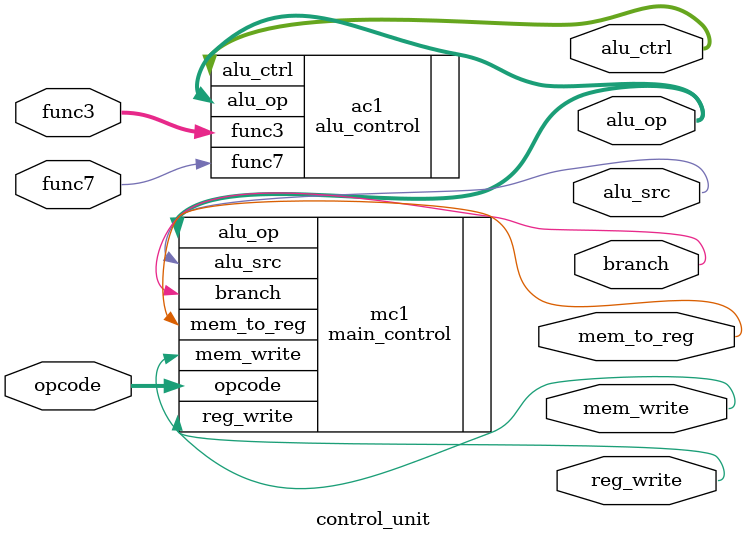
<source format=sv>
`timescale 1ns / 1ps

module control_unit(
    input logic [6:0]opcode,
    input logic func7,
    input logic [2:0]func3,
    output logic reg_write,
    output logic mem_write,
    output logic mem_to_reg,
    output logic [1:0]alu_op,
    output logic alu_src,
    output logic branch,
    output logic [3:0]alu_ctrl
    );
    
    main_control mc1(
        .opcode(opcode),
        .branch(branch),
        .mem_write(mem_write),
        .mem_to_reg(mem_to_reg),
        .alu_src(alu_src),
        .alu_op(alu_op),
        .reg_write(reg_write)
    );
    
    alu_control ac1(
        .func7(func7),
        .func3(func3),
        .alu_op(alu_op),
        .alu_ctrl(alu_ctrl)
    );
    
    
endmodule

</source>
